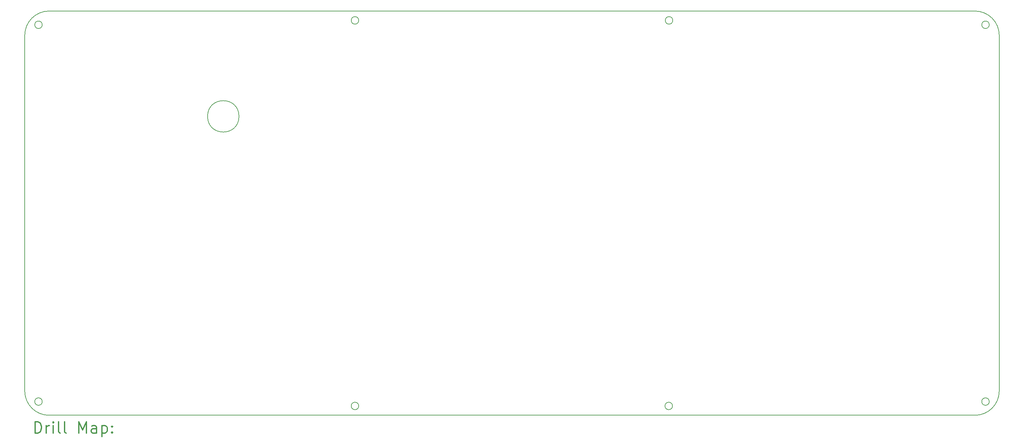
<source format=gbr>
%FSLAX45Y45*%
G04 Gerber Fmt 4.5, Leading zero omitted, Abs format (unit mm)*
G04 Created by KiCad (PCBNEW 5.1.9+dfsg1-1) date 2021-12-29 02:20:16*
%MOMM*%
%LPD*%
G01*
G04 APERTURE LIST*
%TA.AperFunction,Profile*%
%ADD10C,0.200000*%
%TD*%
%ADD11C,0.200000*%
%ADD12C,0.300000*%
G04 APERTURE END LIST*
D10*
X27063700Y-3187700D02*
G75*
G02*
X27713700Y-3837700I0J-650000D01*
G01*
X27063700Y-14012700D02*
X2298700Y-14012700D01*
X2298700Y-14012700D02*
G75*
G02*
X1648700Y-13362700I0J650000D01*
G01*
X7378700Y-6007700D02*
G75*
G03*
X7378700Y-6007700I-420000J0D01*
G01*
X27446543Y-13645543D02*
G75*
G03*
X27446543Y-13645543I-100000J0D01*
G01*
X1648700Y-13362700D02*
X1648700Y-3837700D01*
X2115857Y-13645543D02*
G75*
G03*
X2115857Y-13645543I-100000J0D01*
G01*
X27446543Y-3554857D02*
G75*
G03*
X27446543Y-3554857I-100000J0D01*
G01*
X27713700Y-13362700D02*
G75*
G02*
X27063700Y-14012700I-650000J0D01*
G01*
X18973256Y-13762700D02*
G75*
G03*
X18973256Y-13762700I-100000J0D01*
G01*
X27713700Y-3837700D02*
X27713700Y-13362700D01*
X10581200Y-3437700D02*
G75*
G03*
X10581200Y-3437700I-100000J0D01*
G01*
X10581200Y-13762700D02*
G75*
G03*
X10581200Y-13762700I-100000J0D01*
G01*
X2115857Y-3554857D02*
G75*
G03*
X2115857Y-3554857I-100000J0D01*
G01*
X18981200Y-3437700D02*
G75*
G03*
X18981200Y-3437700I-100000J0D01*
G01*
X1648700Y-3837700D02*
G75*
G02*
X2298700Y-3187700I650000J0D01*
G01*
X2298700Y-3187700D02*
X27063700Y-3187700D01*
D11*
D12*
X1925128Y-14488414D02*
X1925128Y-14188414D01*
X1996557Y-14188414D01*
X2039414Y-14202700D01*
X2067986Y-14231272D01*
X2082271Y-14259843D01*
X2096557Y-14316986D01*
X2096557Y-14359843D01*
X2082271Y-14416986D01*
X2067986Y-14445557D01*
X2039414Y-14474129D01*
X1996557Y-14488414D01*
X1925128Y-14488414D01*
X2225128Y-14488414D02*
X2225128Y-14288414D01*
X2225128Y-14345557D02*
X2239414Y-14316986D01*
X2253700Y-14302700D01*
X2282271Y-14288414D01*
X2310843Y-14288414D01*
X2410843Y-14488414D02*
X2410843Y-14288414D01*
X2410843Y-14188414D02*
X2396557Y-14202700D01*
X2410843Y-14216986D01*
X2425128Y-14202700D01*
X2410843Y-14188414D01*
X2410843Y-14216986D01*
X2596557Y-14488414D02*
X2567986Y-14474129D01*
X2553700Y-14445557D01*
X2553700Y-14188414D01*
X2753700Y-14488414D02*
X2725128Y-14474129D01*
X2710843Y-14445557D01*
X2710843Y-14188414D01*
X3096557Y-14488414D02*
X3096557Y-14188414D01*
X3196557Y-14402700D01*
X3296557Y-14188414D01*
X3296557Y-14488414D01*
X3567986Y-14488414D02*
X3567986Y-14331272D01*
X3553700Y-14302700D01*
X3525128Y-14288414D01*
X3467986Y-14288414D01*
X3439414Y-14302700D01*
X3567986Y-14474129D02*
X3539414Y-14488414D01*
X3467986Y-14488414D01*
X3439414Y-14474129D01*
X3425128Y-14445557D01*
X3425128Y-14416986D01*
X3439414Y-14388414D01*
X3467986Y-14374129D01*
X3539414Y-14374129D01*
X3567986Y-14359843D01*
X3710843Y-14288414D02*
X3710843Y-14588414D01*
X3710843Y-14302700D02*
X3739414Y-14288414D01*
X3796557Y-14288414D01*
X3825128Y-14302700D01*
X3839414Y-14316986D01*
X3853700Y-14345557D01*
X3853700Y-14431272D01*
X3839414Y-14459843D01*
X3825128Y-14474129D01*
X3796557Y-14488414D01*
X3739414Y-14488414D01*
X3710843Y-14474129D01*
X3982271Y-14459843D02*
X3996557Y-14474129D01*
X3982271Y-14488414D01*
X3967986Y-14474129D01*
X3982271Y-14459843D01*
X3982271Y-14488414D01*
X3982271Y-14302700D02*
X3996557Y-14316986D01*
X3982271Y-14331272D01*
X3967986Y-14316986D01*
X3982271Y-14302700D01*
X3982271Y-14331272D01*
M02*

</source>
